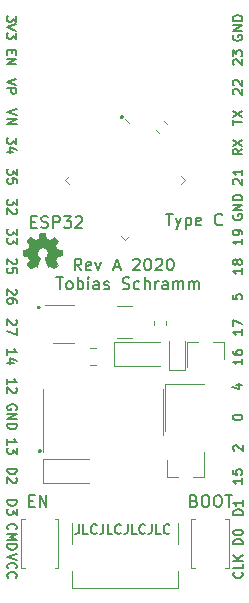
<source format=gto>
G04 #@! TF.GenerationSoftware,KiCad,Pcbnew,5.1.5*
G04 #@! TF.CreationDate,2020-05-08T14:02:59+02:00*
G04 #@! TF.ProjectId,ESP32_Devkit_TypeC,45535033-325f-4446-9576-6b69745f5479,rev?*
G04 #@! TF.SameCoordinates,Original*
G04 #@! TF.FileFunction,Legend,Top*
G04 #@! TF.FilePolarity,Positive*
%FSLAX46Y46*%
G04 Gerber Fmt 4.6, Leading zero omitted, Abs format (unit mm)*
G04 Created by KiCad (PCBNEW 5.1.5) date 2020-05-08 14:02:59*
%MOMM*%
%LPD*%
G04 APERTURE LIST*
%ADD10C,0.150000*%
%ADD11C,0.300000*%
%ADD12C,0.010000*%
%ADD13C,0.120000*%
G04 APERTURE END LIST*
D10*
X103471428Y-92952380D02*
X104042857Y-92952380D01*
X103757142Y-93952380D02*
X103757142Y-92952380D01*
X104280952Y-93285714D02*
X104519047Y-93952380D01*
X104757142Y-93285714D02*
X104519047Y-93952380D01*
X104423809Y-94190476D01*
X104376190Y-94238095D01*
X104280952Y-94285714D01*
X105138095Y-93285714D02*
X105138095Y-94285714D01*
X105138095Y-93333333D02*
X105233333Y-93285714D01*
X105423809Y-93285714D01*
X105519047Y-93333333D01*
X105566666Y-93380952D01*
X105614285Y-93476190D01*
X105614285Y-93761904D01*
X105566666Y-93857142D01*
X105519047Y-93904761D01*
X105423809Y-93952380D01*
X105233333Y-93952380D01*
X105138095Y-93904761D01*
X106423809Y-93904761D02*
X106328571Y-93952380D01*
X106138095Y-93952380D01*
X106042857Y-93904761D01*
X105995238Y-93809523D01*
X105995238Y-93428571D01*
X106042857Y-93333333D01*
X106138095Y-93285714D01*
X106328571Y-93285714D01*
X106423809Y-93333333D01*
X106471428Y-93428571D01*
X106471428Y-93523809D01*
X105995238Y-93619047D01*
X108233333Y-93857142D02*
X108185714Y-93904761D01*
X108042857Y-93952380D01*
X107947619Y-93952380D01*
X107804761Y-93904761D01*
X107709523Y-93809523D01*
X107661904Y-93714285D01*
X107614285Y-93523809D01*
X107614285Y-93380952D01*
X107661904Y-93190476D01*
X107709523Y-93095238D01*
X107804761Y-93000000D01*
X107947619Y-92952380D01*
X108042857Y-92952380D01*
X108185714Y-93000000D01*
X108233333Y-93047619D01*
X94180952Y-98352380D02*
X94752380Y-98352380D01*
X94466666Y-99352380D02*
X94466666Y-98352380D01*
X95228571Y-99352380D02*
X95133333Y-99304761D01*
X95085714Y-99257142D01*
X95038095Y-99161904D01*
X95038095Y-98876190D01*
X95085714Y-98780952D01*
X95133333Y-98733333D01*
X95228571Y-98685714D01*
X95371428Y-98685714D01*
X95466666Y-98733333D01*
X95514285Y-98780952D01*
X95561904Y-98876190D01*
X95561904Y-99161904D01*
X95514285Y-99257142D01*
X95466666Y-99304761D01*
X95371428Y-99352380D01*
X95228571Y-99352380D01*
X95990476Y-99352380D02*
X95990476Y-98352380D01*
X95990476Y-98733333D02*
X96085714Y-98685714D01*
X96276190Y-98685714D01*
X96371428Y-98733333D01*
X96419047Y-98780952D01*
X96466666Y-98876190D01*
X96466666Y-99161904D01*
X96419047Y-99257142D01*
X96371428Y-99304761D01*
X96276190Y-99352380D01*
X96085714Y-99352380D01*
X95990476Y-99304761D01*
X96895238Y-99352380D02*
X96895238Y-98685714D01*
X96895238Y-98352380D02*
X96847619Y-98400000D01*
X96895238Y-98447619D01*
X96942857Y-98400000D01*
X96895238Y-98352380D01*
X96895238Y-98447619D01*
X97800000Y-99352380D02*
X97800000Y-98828571D01*
X97752380Y-98733333D01*
X97657142Y-98685714D01*
X97466666Y-98685714D01*
X97371428Y-98733333D01*
X97800000Y-99304761D02*
X97704761Y-99352380D01*
X97466666Y-99352380D01*
X97371428Y-99304761D01*
X97323809Y-99209523D01*
X97323809Y-99114285D01*
X97371428Y-99019047D01*
X97466666Y-98971428D01*
X97704761Y-98971428D01*
X97800000Y-98923809D01*
X98228571Y-99304761D02*
X98323809Y-99352380D01*
X98514285Y-99352380D01*
X98609523Y-99304761D01*
X98657142Y-99209523D01*
X98657142Y-99161904D01*
X98609523Y-99066666D01*
X98514285Y-99019047D01*
X98371428Y-99019047D01*
X98276190Y-98971428D01*
X98228571Y-98876190D01*
X98228571Y-98828571D01*
X98276190Y-98733333D01*
X98371428Y-98685714D01*
X98514285Y-98685714D01*
X98609523Y-98733333D01*
X99800000Y-99304761D02*
X99942857Y-99352380D01*
X100180952Y-99352380D01*
X100276190Y-99304761D01*
X100323809Y-99257142D01*
X100371428Y-99161904D01*
X100371428Y-99066666D01*
X100323809Y-98971428D01*
X100276190Y-98923809D01*
X100180952Y-98876190D01*
X99990476Y-98828571D01*
X99895238Y-98780952D01*
X99847619Y-98733333D01*
X99800000Y-98638095D01*
X99800000Y-98542857D01*
X99847619Y-98447619D01*
X99895238Y-98400000D01*
X99990476Y-98352380D01*
X100228571Y-98352380D01*
X100371428Y-98400000D01*
X101228571Y-99304761D02*
X101133333Y-99352380D01*
X100942857Y-99352380D01*
X100847619Y-99304761D01*
X100800000Y-99257142D01*
X100752380Y-99161904D01*
X100752380Y-98876190D01*
X100800000Y-98780952D01*
X100847619Y-98733333D01*
X100942857Y-98685714D01*
X101133333Y-98685714D01*
X101228571Y-98733333D01*
X101657142Y-99352380D02*
X101657142Y-98352380D01*
X102085714Y-99352380D02*
X102085714Y-98828571D01*
X102038095Y-98733333D01*
X101942857Y-98685714D01*
X101800000Y-98685714D01*
X101704761Y-98733333D01*
X101657142Y-98780952D01*
X102561904Y-99352380D02*
X102561904Y-98685714D01*
X102561904Y-98876190D02*
X102609523Y-98780952D01*
X102657142Y-98733333D01*
X102752380Y-98685714D01*
X102847619Y-98685714D01*
X103609523Y-99352380D02*
X103609523Y-98828571D01*
X103561904Y-98733333D01*
X103466666Y-98685714D01*
X103276190Y-98685714D01*
X103180952Y-98733333D01*
X103609523Y-99304761D02*
X103514285Y-99352380D01*
X103276190Y-99352380D01*
X103180952Y-99304761D01*
X103133333Y-99209523D01*
X103133333Y-99114285D01*
X103180952Y-99019047D01*
X103276190Y-98971428D01*
X103514285Y-98971428D01*
X103609523Y-98923809D01*
X104085714Y-99352380D02*
X104085714Y-98685714D01*
X104085714Y-98780952D02*
X104133333Y-98733333D01*
X104228571Y-98685714D01*
X104371428Y-98685714D01*
X104466666Y-98733333D01*
X104514285Y-98828571D01*
X104514285Y-99352380D01*
X104514285Y-98828571D02*
X104561904Y-98733333D01*
X104657142Y-98685714D01*
X104800000Y-98685714D01*
X104895238Y-98733333D01*
X104942857Y-98828571D01*
X104942857Y-99352380D01*
X105419047Y-99352380D02*
X105419047Y-98685714D01*
X105419047Y-98780952D02*
X105466666Y-98733333D01*
X105561904Y-98685714D01*
X105704761Y-98685714D01*
X105800000Y-98733333D01*
X105847619Y-98828571D01*
X105847619Y-99352380D01*
X105847619Y-98828571D02*
X105895238Y-98733333D01*
X105990476Y-98685714D01*
X106133333Y-98685714D01*
X106228571Y-98733333D01*
X106276190Y-98828571D01*
X106276190Y-99352380D01*
X96304761Y-97752380D02*
X95971428Y-97276190D01*
X95733333Y-97752380D02*
X95733333Y-96752380D01*
X96114285Y-96752380D01*
X96209523Y-96800000D01*
X96257142Y-96847619D01*
X96304761Y-96942857D01*
X96304761Y-97085714D01*
X96257142Y-97180952D01*
X96209523Y-97228571D01*
X96114285Y-97276190D01*
X95733333Y-97276190D01*
X97114285Y-97704761D02*
X97019047Y-97752380D01*
X96828571Y-97752380D01*
X96733333Y-97704761D01*
X96685714Y-97609523D01*
X96685714Y-97228571D01*
X96733333Y-97133333D01*
X96828571Y-97085714D01*
X97019047Y-97085714D01*
X97114285Y-97133333D01*
X97161904Y-97228571D01*
X97161904Y-97323809D01*
X96685714Y-97419047D01*
X97495238Y-97085714D02*
X97733333Y-97752380D01*
X97971428Y-97085714D01*
X99066666Y-97466666D02*
X99542857Y-97466666D01*
X98971428Y-97752380D02*
X99304761Y-96752380D01*
X99638095Y-97752380D01*
X100685714Y-96847619D02*
X100733333Y-96800000D01*
X100828571Y-96752380D01*
X101066666Y-96752380D01*
X101161904Y-96800000D01*
X101209523Y-96847619D01*
X101257142Y-96942857D01*
X101257142Y-97038095D01*
X101209523Y-97180952D01*
X100638095Y-97752380D01*
X101257142Y-97752380D01*
X101876190Y-96752380D02*
X101971428Y-96752380D01*
X102066666Y-96800000D01*
X102114285Y-96847619D01*
X102161904Y-96942857D01*
X102209523Y-97133333D01*
X102209523Y-97371428D01*
X102161904Y-97561904D01*
X102114285Y-97657142D01*
X102066666Y-97704761D01*
X101971428Y-97752380D01*
X101876190Y-97752380D01*
X101780952Y-97704761D01*
X101733333Y-97657142D01*
X101685714Y-97561904D01*
X101638095Y-97371428D01*
X101638095Y-97133333D01*
X101685714Y-96942857D01*
X101733333Y-96847619D01*
X101780952Y-96800000D01*
X101876190Y-96752380D01*
X102590476Y-96847619D02*
X102638095Y-96800000D01*
X102733333Y-96752380D01*
X102971428Y-96752380D01*
X103066666Y-96800000D01*
X103114285Y-96847619D01*
X103161904Y-96942857D01*
X103161904Y-97038095D01*
X103114285Y-97180952D01*
X102542857Y-97752380D01*
X103161904Y-97752380D01*
X103780952Y-96752380D02*
X103876190Y-96752380D01*
X103971428Y-96800000D01*
X104019047Y-96847619D01*
X104066666Y-96942857D01*
X104114285Y-97133333D01*
X104114285Y-97371428D01*
X104066666Y-97561904D01*
X104019047Y-97657142D01*
X103971428Y-97704761D01*
X103876190Y-97752380D01*
X103780952Y-97752380D01*
X103685714Y-97704761D01*
X103638095Y-97657142D01*
X103590476Y-97561904D01*
X103542857Y-97371428D01*
X103542857Y-97133333D01*
X103590476Y-96942857D01*
X103638095Y-96847619D01*
X103685714Y-96800000D01*
X103780952Y-96752380D01*
D11*
X92800000Y-113050000D02*
G75*
G03X92800000Y-113050000I-50000J0D01*
G01*
X92700000Y-100900000D02*
G75*
G03X92700000Y-100900000I-50000J0D01*
G01*
X99750000Y-84750000D02*
G75*
G03X99750000Y-84750000I-50000J0D01*
G01*
D10*
X96104761Y-119261904D02*
X96104761Y-119833333D01*
X96066666Y-119947619D01*
X95990476Y-120023809D01*
X95876190Y-120061904D01*
X95800000Y-120061904D01*
X96866666Y-120061904D02*
X96485714Y-120061904D01*
X96485714Y-119261904D01*
X97590476Y-119985714D02*
X97552380Y-120023809D01*
X97438095Y-120061904D01*
X97361904Y-120061904D01*
X97247619Y-120023809D01*
X97171428Y-119947619D01*
X97133333Y-119871428D01*
X97095238Y-119719047D01*
X97095238Y-119604761D01*
X97133333Y-119452380D01*
X97171428Y-119376190D01*
X97247619Y-119300000D01*
X97361904Y-119261904D01*
X97438095Y-119261904D01*
X97552380Y-119300000D01*
X97590476Y-119338095D01*
X98161904Y-119261904D02*
X98161904Y-119833333D01*
X98123809Y-119947619D01*
X98047619Y-120023809D01*
X97933333Y-120061904D01*
X97857142Y-120061904D01*
X98923809Y-120061904D02*
X98542857Y-120061904D01*
X98542857Y-119261904D01*
X99647619Y-119985714D02*
X99609523Y-120023809D01*
X99495238Y-120061904D01*
X99419047Y-120061904D01*
X99304761Y-120023809D01*
X99228571Y-119947619D01*
X99190476Y-119871428D01*
X99152380Y-119719047D01*
X99152380Y-119604761D01*
X99190476Y-119452380D01*
X99228571Y-119376190D01*
X99304761Y-119300000D01*
X99419047Y-119261904D01*
X99495238Y-119261904D01*
X99609523Y-119300000D01*
X99647619Y-119338095D01*
X100219047Y-119261904D02*
X100219047Y-119833333D01*
X100180952Y-119947619D01*
X100104761Y-120023809D01*
X99990476Y-120061904D01*
X99914285Y-120061904D01*
X100980952Y-120061904D02*
X100600000Y-120061904D01*
X100600000Y-119261904D01*
X101704761Y-119985714D02*
X101666666Y-120023809D01*
X101552380Y-120061904D01*
X101476190Y-120061904D01*
X101361904Y-120023809D01*
X101285714Y-119947619D01*
X101247619Y-119871428D01*
X101209523Y-119719047D01*
X101209523Y-119604761D01*
X101247619Y-119452380D01*
X101285714Y-119376190D01*
X101361904Y-119300000D01*
X101476190Y-119261904D01*
X101552380Y-119261904D01*
X101666666Y-119300000D01*
X101704761Y-119338095D01*
X102276190Y-119261904D02*
X102276190Y-119833333D01*
X102238095Y-119947619D01*
X102161904Y-120023809D01*
X102047619Y-120061904D01*
X101971428Y-120061904D01*
X103038095Y-120061904D02*
X102657142Y-120061904D01*
X102657142Y-119261904D01*
X103761904Y-119985714D02*
X103723809Y-120023809D01*
X103609523Y-120061904D01*
X103533333Y-120061904D01*
X103419047Y-120023809D01*
X103342857Y-119947619D01*
X103304761Y-119871428D01*
X103266666Y-119719047D01*
X103266666Y-119604761D01*
X103304761Y-119452380D01*
X103342857Y-119376190D01*
X103419047Y-119300000D01*
X103533333Y-119261904D01*
X103609523Y-119261904D01*
X103723809Y-119300000D01*
X103761904Y-119338095D01*
X92057142Y-93628571D02*
X92390476Y-93628571D01*
X92533333Y-94152380D02*
X92057142Y-94152380D01*
X92057142Y-93152380D01*
X92533333Y-93152380D01*
X92914285Y-94104761D02*
X93057142Y-94152380D01*
X93295238Y-94152380D01*
X93390476Y-94104761D01*
X93438095Y-94057142D01*
X93485714Y-93961904D01*
X93485714Y-93866666D01*
X93438095Y-93771428D01*
X93390476Y-93723809D01*
X93295238Y-93676190D01*
X93104761Y-93628571D01*
X93009523Y-93580952D01*
X92961904Y-93533333D01*
X92914285Y-93438095D01*
X92914285Y-93342857D01*
X92961904Y-93247619D01*
X93009523Y-93200000D01*
X93104761Y-93152380D01*
X93342857Y-93152380D01*
X93485714Y-93200000D01*
X93914285Y-94152380D02*
X93914285Y-93152380D01*
X94295238Y-93152380D01*
X94390476Y-93200000D01*
X94438095Y-93247619D01*
X94485714Y-93342857D01*
X94485714Y-93485714D01*
X94438095Y-93580952D01*
X94390476Y-93628571D01*
X94295238Y-93676190D01*
X93914285Y-93676190D01*
X94819047Y-93152380D02*
X95438095Y-93152380D01*
X95104761Y-93533333D01*
X95247619Y-93533333D01*
X95342857Y-93580952D01*
X95390476Y-93628571D01*
X95438095Y-93723809D01*
X95438095Y-93961904D01*
X95390476Y-94057142D01*
X95342857Y-94104761D01*
X95247619Y-94152380D01*
X94961904Y-94152380D01*
X94866666Y-94104761D01*
X94819047Y-94057142D01*
X95819047Y-93247619D02*
X95866666Y-93200000D01*
X95961904Y-93152380D01*
X96200000Y-93152380D01*
X96295238Y-93200000D01*
X96342857Y-93247619D01*
X96390476Y-93342857D01*
X96390476Y-93438095D01*
X96342857Y-93580952D01*
X95771428Y-94152380D01*
X96390476Y-94152380D01*
X109931904Y-105242380D02*
X109931904Y-105699523D01*
X109931904Y-105470952D02*
X109131904Y-105470952D01*
X109246190Y-105547142D01*
X109322380Y-105623333D01*
X109360476Y-105699523D01*
X109131904Y-104556666D02*
X109131904Y-104709047D01*
X109170000Y-104785238D01*
X109208095Y-104823333D01*
X109322380Y-104899523D01*
X109474761Y-104937619D01*
X109779523Y-104937619D01*
X109855714Y-104899523D01*
X109893809Y-104861428D01*
X109931904Y-104785238D01*
X109931904Y-104632857D01*
X109893809Y-104556666D01*
X109855714Y-104518571D01*
X109779523Y-104480476D01*
X109589047Y-104480476D01*
X109512857Y-104518571D01*
X109474761Y-104556666D01*
X109436666Y-104632857D01*
X109436666Y-104785238D01*
X109474761Y-104861428D01*
X109512857Y-104899523D01*
X109589047Y-104937619D01*
X109931904Y-102742380D02*
X109931904Y-103199523D01*
X109931904Y-102970952D02*
X109131904Y-102970952D01*
X109246190Y-103047142D01*
X109322380Y-103123333D01*
X109360476Y-103199523D01*
X109131904Y-102475714D02*
X109131904Y-101942380D01*
X109931904Y-102285238D01*
X109208095Y-80349523D02*
X109170000Y-80311428D01*
X109131904Y-80235238D01*
X109131904Y-80044761D01*
X109170000Y-79968571D01*
X109208095Y-79930476D01*
X109284285Y-79892380D01*
X109360476Y-79892380D01*
X109474761Y-79930476D01*
X109931904Y-80387619D01*
X109931904Y-79892380D01*
X109131904Y-79625714D02*
X109131904Y-79130476D01*
X109436666Y-79397142D01*
X109436666Y-79282857D01*
X109474761Y-79206666D01*
X109512857Y-79168571D01*
X109589047Y-79130476D01*
X109779523Y-79130476D01*
X109855714Y-79168571D01*
X109893809Y-79206666D01*
X109931904Y-79282857D01*
X109931904Y-79511428D01*
X109893809Y-79587619D01*
X109855714Y-79625714D01*
X109131904Y-85449523D02*
X109131904Y-84992380D01*
X109931904Y-85220952D02*
X109131904Y-85220952D01*
X109131904Y-84801904D02*
X109931904Y-84268571D01*
X109131904Y-84268571D02*
X109931904Y-84801904D01*
X109170000Y-77849523D02*
X109131904Y-77925714D01*
X109131904Y-78040000D01*
X109170000Y-78154285D01*
X109246190Y-78230476D01*
X109322380Y-78268571D01*
X109474761Y-78306666D01*
X109589047Y-78306666D01*
X109741428Y-78268571D01*
X109817619Y-78230476D01*
X109893809Y-78154285D01*
X109931904Y-78040000D01*
X109931904Y-77963809D01*
X109893809Y-77849523D01*
X109855714Y-77811428D01*
X109589047Y-77811428D01*
X109589047Y-77963809D01*
X109931904Y-77468571D02*
X109131904Y-77468571D01*
X109931904Y-77011428D01*
X109131904Y-77011428D01*
X109931904Y-76630476D02*
X109131904Y-76630476D01*
X109131904Y-76440000D01*
X109170000Y-76325714D01*
X109246190Y-76249523D01*
X109322380Y-76211428D01*
X109474761Y-76173333D01*
X109589047Y-76173333D01*
X109741428Y-76211428D01*
X109817619Y-76249523D01*
X109893809Y-76325714D01*
X109931904Y-76440000D01*
X109931904Y-76630476D01*
X109170000Y-93049523D02*
X109131904Y-93125714D01*
X109131904Y-93240000D01*
X109170000Y-93354285D01*
X109246190Y-93430476D01*
X109322380Y-93468571D01*
X109474761Y-93506666D01*
X109589047Y-93506666D01*
X109741428Y-93468571D01*
X109817619Y-93430476D01*
X109893809Y-93354285D01*
X109931904Y-93240000D01*
X109931904Y-93163809D01*
X109893809Y-93049523D01*
X109855714Y-93011428D01*
X109589047Y-93011428D01*
X109589047Y-93163809D01*
X109931904Y-92668571D02*
X109131904Y-92668571D01*
X109931904Y-92211428D01*
X109131904Y-92211428D01*
X109931904Y-91830476D02*
X109131904Y-91830476D01*
X109131904Y-91640000D01*
X109170000Y-91525714D01*
X109246190Y-91449523D01*
X109322380Y-91411428D01*
X109474761Y-91373333D01*
X109589047Y-91373333D01*
X109741428Y-91411428D01*
X109817619Y-91449523D01*
X109893809Y-91525714D01*
X109931904Y-91640000D01*
X109931904Y-91830476D01*
X109971904Y-120940476D02*
X109171904Y-120940476D01*
X109171904Y-120750000D01*
X109210000Y-120635714D01*
X109286190Y-120559523D01*
X109362380Y-120521428D01*
X109514761Y-120483333D01*
X109629047Y-120483333D01*
X109781428Y-120521428D01*
X109857619Y-120559523D01*
X109933809Y-120635714D01*
X109971904Y-120750000D01*
X109971904Y-120940476D01*
X109171904Y-119988095D02*
X109171904Y-119911904D01*
X109210000Y-119835714D01*
X109248095Y-119797619D01*
X109324285Y-119759523D01*
X109476666Y-119721428D01*
X109667142Y-119721428D01*
X109819523Y-119759523D01*
X109895714Y-119797619D01*
X109933809Y-119835714D01*
X109971904Y-119911904D01*
X109971904Y-119988095D01*
X109933809Y-120064285D01*
X109895714Y-120102380D01*
X109819523Y-120140476D01*
X109667142Y-120178571D01*
X109476666Y-120178571D01*
X109324285Y-120140476D01*
X109248095Y-120102380D01*
X109210000Y-120064285D01*
X109171904Y-119988095D01*
X109131904Y-99799523D02*
X109131904Y-100180476D01*
X109512857Y-100218571D01*
X109474761Y-100180476D01*
X109436666Y-100104285D01*
X109436666Y-99913809D01*
X109474761Y-99837619D01*
X109512857Y-99799523D01*
X109589047Y-99761428D01*
X109779523Y-99761428D01*
X109855714Y-99799523D01*
X109893809Y-99837619D01*
X109931904Y-99913809D01*
X109931904Y-100104285D01*
X109893809Y-100180476D01*
X109855714Y-100218571D01*
X109971904Y-118440476D02*
X109171904Y-118440476D01*
X109171904Y-118250000D01*
X109210000Y-118135714D01*
X109286190Y-118059523D01*
X109362380Y-118021428D01*
X109514761Y-117983333D01*
X109629047Y-117983333D01*
X109781428Y-118021428D01*
X109857619Y-118059523D01*
X109933809Y-118135714D01*
X109971904Y-118250000D01*
X109971904Y-118440476D01*
X109971904Y-117221428D02*
X109971904Y-117678571D01*
X109971904Y-117450000D02*
X109171904Y-117450000D01*
X109286190Y-117526190D01*
X109362380Y-117602380D01*
X109400476Y-117678571D01*
X109931904Y-87473333D02*
X109550952Y-87740000D01*
X109931904Y-87930476D02*
X109131904Y-87930476D01*
X109131904Y-87625714D01*
X109170000Y-87549523D01*
X109208095Y-87511428D01*
X109284285Y-87473333D01*
X109398571Y-87473333D01*
X109474761Y-87511428D01*
X109512857Y-87549523D01*
X109550952Y-87625714D01*
X109550952Y-87930476D01*
X109131904Y-87206666D02*
X109931904Y-86673333D01*
X109131904Y-86673333D02*
X109931904Y-87206666D01*
X109208095Y-82849523D02*
X109170000Y-82811428D01*
X109131904Y-82735238D01*
X109131904Y-82544761D01*
X109170000Y-82468571D01*
X109208095Y-82430476D01*
X109284285Y-82392380D01*
X109360476Y-82392380D01*
X109474761Y-82430476D01*
X109931904Y-82887619D01*
X109931904Y-82392380D01*
X109208095Y-82087619D02*
X109170000Y-82049523D01*
X109131904Y-81973333D01*
X109131904Y-81782857D01*
X109170000Y-81706666D01*
X109208095Y-81668571D01*
X109284285Y-81630476D01*
X109360476Y-81630476D01*
X109474761Y-81668571D01*
X109931904Y-82125714D01*
X109931904Y-81630476D01*
X109208095Y-90449523D02*
X109170000Y-90411428D01*
X109131904Y-90335238D01*
X109131904Y-90144761D01*
X109170000Y-90068571D01*
X109208095Y-90030476D01*
X109284285Y-89992380D01*
X109360476Y-89992380D01*
X109474761Y-90030476D01*
X109931904Y-90487619D01*
X109931904Y-89992380D01*
X109931904Y-89230476D02*
X109931904Y-89687619D01*
X109931904Y-89459047D02*
X109131904Y-89459047D01*
X109246190Y-89535238D01*
X109322380Y-89611428D01*
X109360476Y-89687619D01*
X109248095Y-113028571D02*
X109210000Y-112990476D01*
X109171904Y-112914285D01*
X109171904Y-112723809D01*
X109210000Y-112647619D01*
X109248095Y-112609523D01*
X109324285Y-112571428D01*
X109400476Y-112571428D01*
X109514761Y-112609523D01*
X109971904Y-113066666D01*
X109971904Y-112571428D01*
X109931904Y-97592380D02*
X109931904Y-98049523D01*
X109931904Y-97820952D02*
X109131904Y-97820952D01*
X109246190Y-97897142D01*
X109322380Y-97973333D01*
X109360476Y-98049523D01*
X109474761Y-97135238D02*
X109436666Y-97211428D01*
X109398571Y-97249523D01*
X109322380Y-97287619D01*
X109284285Y-97287619D01*
X109208095Y-97249523D01*
X109170000Y-97211428D01*
X109131904Y-97135238D01*
X109131904Y-96982857D01*
X109170000Y-96906666D01*
X109208095Y-96868571D01*
X109284285Y-96830476D01*
X109322380Y-96830476D01*
X109398571Y-96868571D01*
X109436666Y-96906666D01*
X109474761Y-96982857D01*
X109474761Y-97135238D01*
X109512857Y-97211428D01*
X109550952Y-97249523D01*
X109627142Y-97287619D01*
X109779523Y-97287619D01*
X109855714Y-97249523D01*
X109893809Y-97211428D01*
X109931904Y-97135238D01*
X109931904Y-96982857D01*
X109893809Y-96906666D01*
X109855714Y-96868571D01*
X109779523Y-96830476D01*
X109627142Y-96830476D01*
X109550952Y-96868571D01*
X109512857Y-96906666D01*
X109474761Y-96982857D01*
X109931904Y-95092380D02*
X109931904Y-95549523D01*
X109931904Y-95320952D02*
X109131904Y-95320952D01*
X109246190Y-95397142D01*
X109322380Y-95473333D01*
X109360476Y-95549523D01*
X109931904Y-94711428D02*
X109931904Y-94559047D01*
X109893809Y-94482857D01*
X109855714Y-94444761D01*
X109741428Y-94368571D01*
X109589047Y-94330476D01*
X109284285Y-94330476D01*
X109208095Y-94368571D01*
X109170000Y-94406666D01*
X109131904Y-94482857D01*
X109131904Y-94635238D01*
X109170000Y-94711428D01*
X109208095Y-94749523D01*
X109284285Y-94787619D01*
X109474761Y-94787619D01*
X109550952Y-94749523D01*
X109589047Y-94711428D01*
X109627142Y-94635238D01*
X109627142Y-94482857D01*
X109589047Y-94406666D01*
X109550952Y-94368571D01*
X109474761Y-94330476D01*
X109131904Y-110228095D02*
X109131904Y-110151904D01*
X109170000Y-110075714D01*
X109208095Y-110037619D01*
X109284285Y-109999523D01*
X109436666Y-109961428D01*
X109627142Y-109961428D01*
X109779523Y-109999523D01*
X109855714Y-110037619D01*
X109893809Y-110075714D01*
X109931904Y-110151904D01*
X109931904Y-110228095D01*
X109893809Y-110304285D01*
X109855714Y-110342380D01*
X109779523Y-110380476D01*
X109627142Y-110418571D01*
X109436666Y-110418571D01*
X109284285Y-110380476D01*
X109208095Y-110342380D01*
X109170000Y-110304285D01*
X109131904Y-110228095D01*
X109895714Y-123326190D02*
X109933809Y-123364285D01*
X109971904Y-123478571D01*
X109971904Y-123554761D01*
X109933809Y-123669047D01*
X109857619Y-123745238D01*
X109781428Y-123783333D01*
X109629047Y-123821428D01*
X109514761Y-123821428D01*
X109362380Y-123783333D01*
X109286190Y-123745238D01*
X109210000Y-123669047D01*
X109171904Y-123554761D01*
X109171904Y-123478571D01*
X109210000Y-123364285D01*
X109248095Y-123326190D01*
X109971904Y-122602380D02*
X109971904Y-122983333D01*
X109171904Y-122983333D01*
X109971904Y-122335714D02*
X109171904Y-122335714D01*
X109971904Y-121878571D02*
X109514761Y-122221428D01*
X109171904Y-121878571D02*
X109629047Y-122335714D01*
X109931904Y-115352380D02*
X109931904Y-115809523D01*
X109931904Y-115580952D02*
X109131904Y-115580952D01*
X109246190Y-115657142D01*
X109322380Y-115733333D01*
X109360476Y-115809523D01*
X109131904Y-114628571D02*
X109131904Y-115009523D01*
X109512857Y-115047619D01*
X109474761Y-115009523D01*
X109436666Y-114933333D01*
X109436666Y-114742857D01*
X109474761Y-114666666D01*
X109512857Y-114628571D01*
X109589047Y-114590476D01*
X109779523Y-114590476D01*
X109855714Y-114628571D01*
X109893809Y-114666666D01*
X109931904Y-114742857D01*
X109931904Y-114933333D01*
X109893809Y-115009523D01*
X109855714Y-115047619D01*
X109398571Y-107437619D02*
X109931904Y-107437619D01*
X109093809Y-107628095D02*
X109665238Y-107818571D01*
X109665238Y-107323333D01*
X90838095Y-121733333D02*
X90038095Y-122000000D01*
X90838095Y-122266666D01*
X90114285Y-122990476D02*
X90076190Y-122952380D01*
X90038095Y-122838095D01*
X90038095Y-122761904D01*
X90076190Y-122647619D01*
X90152380Y-122571428D01*
X90228571Y-122533333D01*
X90380952Y-122495238D01*
X90495238Y-122495238D01*
X90647619Y-122533333D01*
X90723809Y-122571428D01*
X90800000Y-122647619D01*
X90838095Y-122761904D01*
X90838095Y-122838095D01*
X90800000Y-122952380D01*
X90761904Y-122990476D01*
X90114285Y-123790476D02*
X90076190Y-123752380D01*
X90038095Y-123638095D01*
X90038095Y-123561904D01*
X90076190Y-123447619D01*
X90152380Y-123371428D01*
X90228571Y-123333333D01*
X90380952Y-123295238D01*
X90495238Y-123295238D01*
X90647619Y-123333333D01*
X90723809Y-123371428D01*
X90800000Y-123447619D01*
X90838095Y-123561904D01*
X90838095Y-123638095D01*
X90800000Y-123752380D01*
X90761904Y-123790476D01*
X90114285Y-119690476D02*
X90076190Y-119652380D01*
X90038095Y-119538095D01*
X90038095Y-119461904D01*
X90076190Y-119347619D01*
X90152380Y-119271428D01*
X90228571Y-119233333D01*
X90380952Y-119195238D01*
X90495238Y-119195238D01*
X90647619Y-119233333D01*
X90723809Y-119271428D01*
X90800000Y-119347619D01*
X90838095Y-119461904D01*
X90838095Y-119538095D01*
X90800000Y-119652380D01*
X90761904Y-119690476D01*
X90038095Y-120033333D02*
X90838095Y-120033333D01*
X90266666Y-120300000D01*
X90838095Y-120566666D01*
X90038095Y-120566666D01*
X90038095Y-120947619D02*
X90838095Y-120947619D01*
X90838095Y-121138095D01*
X90800000Y-121252380D01*
X90723809Y-121328571D01*
X90647619Y-121366666D01*
X90495238Y-121404761D01*
X90380952Y-121404761D01*
X90228571Y-121366666D01*
X90152380Y-121328571D01*
X90076190Y-121252380D01*
X90038095Y-121138095D01*
X90038095Y-120947619D01*
X90038095Y-117209523D02*
X90838095Y-117209523D01*
X90838095Y-117400000D01*
X90800000Y-117514285D01*
X90723809Y-117590476D01*
X90647619Y-117628571D01*
X90495238Y-117666666D01*
X90380952Y-117666666D01*
X90228571Y-117628571D01*
X90152380Y-117590476D01*
X90076190Y-117514285D01*
X90038095Y-117400000D01*
X90038095Y-117209523D01*
X90838095Y-117933333D02*
X90838095Y-118428571D01*
X90533333Y-118161904D01*
X90533333Y-118276190D01*
X90495238Y-118352380D01*
X90457142Y-118390476D01*
X90380952Y-118428571D01*
X90190476Y-118428571D01*
X90114285Y-118390476D01*
X90076190Y-118352380D01*
X90038095Y-118276190D01*
X90038095Y-118047619D01*
X90076190Y-117971428D01*
X90114285Y-117933333D01*
X90038095Y-114559523D02*
X90838095Y-114559523D01*
X90838095Y-114750000D01*
X90800000Y-114864285D01*
X90723809Y-114940476D01*
X90647619Y-114978571D01*
X90495238Y-115016666D01*
X90380952Y-115016666D01*
X90228571Y-114978571D01*
X90152380Y-114940476D01*
X90076190Y-114864285D01*
X90038095Y-114750000D01*
X90038095Y-114559523D01*
X90761904Y-115321428D02*
X90800000Y-115359523D01*
X90838095Y-115435714D01*
X90838095Y-115626190D01*
X90800000Y-115702380D01*
X90761904Y-115740476D01*
X90685714Y-115778571D01*
X90609523Y-115778571D01*
X90495238Y-115740476D01*
X90038095Y-115283333D01*
X90038095Y-115778571D01*
X90038095Y-112497619D02*
X90038095Y-112040476D01*
X90038095Y-112269047D02*
X90838095Y-112269047D01*
X90723809Y-112192857D01*
X90647619Y-112116666D01*
X90609523Y-112040476D01*
X90838095Y-112764285D02*
X90838095Y-113259523D01*
X90533333Y-112992857D01*
X90533333Y-113107142D01*
X90495238Y-113183333D01*
X90457142Y-113221428D01*
X90380952Y-113259523D01*
X90190476Y-113259523D01*
X90114285Y-113221428D01*
X90076190Y-113183333D01*
X90038095Y-113107142D01*
X90038095Y-112878571D01*
X90076190Y-112802380D01*
X90114285Y-112764285D01*
X90800000Y-109540476D02*
X90838095Y-109464285D01*
X90838095Y-109350000D01*
X90800000Y-109235714D01*
X90723809Y-109159523D01*
X90647619Y-109121428D01*
X90495238Y-109083333D01*
X90380952Y-109083333D01*
X90228571Y-109121428D01*
X90152380Y-109159523D01*
X90076190Y-109235714D01*
X90038095Y-109350000D01*
X90038095Y-109426190D01*
X90076190Y-109540476D01*
X90114285Y-109578571D01*
X90380952Y-109578571D01*
X90380952Y-109426190D01*
X90038095Y-109921428D02*
X90838095Y-109921428D01*
X90038095Y-110378571D01*
X90838095Y-110378571D01*
X90038095Y-110759523D02*
X90838095Y-110759523D01*
X90838095Y-110950000D01*
X90800000Y-111064285D01*
X90723809Y-111140476D01*
X90647619Y-111178571D01*
X90495238Y-111216666D01*
X90380952Y-111216666D01*
X90228571Y-111178571D01*
X90152380Y-111140476D01*
X90076190Y-111064285D01*
X90038095Y-110950000D01*
X90038095Y-110759523D01*
X90038095Y-107397619D02*
X90038095Y-106940476D01*
X90038095Y-107169047D02*
X90838095Y-107169047D01*
X90723809Y-107092857D01*
X90647619Y-107016666D01*
X90609523Y-106940476D01*
X90761904Y-107702380D02*
X90800000Y-107740476D01*
X90838095Y-107816666D01*
X90838095Y-108007142D01*
X90800000Y-108083333D01*
X90761904Y-108121428D01*
X90685714Y-108159523D01*
X90609523Y-108159523D01*
X90495238Y-108121428D01*
X90038095Y-107664285D01*
X90038095Y-108159523D01*
X90038095Y-104897619D02*
X90038095Y-104440476D01*
X90038095Y-104669047D02*
X90838095Y-104669047D01*
X90723809Y-104592857D01*
X90647619Y-104516666D01*
X90609523Y-104440476D01*
X90571428Y-105583333D02*
X90038095Y-105583333D01*
X90876190Y-105392857D02*
X90304761Y-105202380D01*
X90304761Y-105697619D01*
X90761904Y-101940476D02*
X90800000Y-101978571D01*
X90838095Y-102054761D01*
X90838095Y-102245238D01*
X90800000Y-102321428D01*
X90761904Y-102359523D01*
X90685714Y-102397619D01*
X90609523Y-102397619D01*
X90495238Y-102359523D01*
X90038095Y-101902380D01*
X90038095Y-102397619D01*
X90838095Y-102664285D02*
X90838095Y-103197619D01*
X90038095Y-102854761D01*
X90761904Y-99340476D02*
X90800000Y-99378571D01*
X90838095Y-99454761D01*
X90838095Y-99645238D01*
X90800000Y-99721428D01*
X90761904Y-99759523D01*
X90685714Y-99797619D01*
X90609523Y-99797619D01*
X90495238Y-99759523D01*
X90038095Y-99302380D01*
X90038095Y-99797619D01*
X90838095Y-100483333D02*
X90838095Y-100330952D01*
X90800000Y-100254761D01*
X90761904Y-100216666D01*
X90647619Y-100140476D01*
X90495238Y-100102380D01*
X90190476Y-100102380D01*
X90114285Y-100140476D01*
X90076190Y-100178571D01*
X90038095Y-100254761D01*
X90038095Y-100407142D01*
X90076190Y-100483333D01*
X90114285Y-100521428D01*
X90190476Y-100559523D01*
X90380952Y-100559523D01*
X90457142Y-100521428D01*
X90495238Y-100483333D01*
X90533333Y-100407142D01*
X90533333Y-100254761D01*
X90495238Y-100178571D01*
X90457142Y-100140476D01*
X90380952Y-100102380D01*
X90761904Y-96790476D02*
X90800000Y-96828571D01*
X90838095Y-96904761D01*
X90838095Y-97095238D01*
X90800000Y-97171428D01*
X90761904Y-97209523D01*
X90685714Y-97247619D01*
X90609523Y-97247619D01*
X90495238Y-97209523D01*
X90038095Y-96752380D01*
X90038095Y-97247619D01*
X90838095Y-97971428D02*
X90838095Y-97590476D01*
X90457142Y-97552380D01*
X90495238Y-97590476D01*
X90533333Y-97666666D01*
X90533333Y-97857142D01*
X90495238Y-97933333D01*
X90457142Y-97971428D01*
X90380952Y-98009523D01*
X90190476Y-98009523D01*
X90114285Y-97971428D01*
X90076190Y-97933333D01*
X90038095Y-97857142D01*
X90038095Y-97666666D01*
X90076190Y-97590476D01*
X90114285Y-97552380D01*
X90838095Y-94252380D02*
X90838095Y-94747619D01*
X90533333Y-94480952D01*
X90533333Y-94595238D01*
X90495238Y-94671428D01*
X90457142Y-94709523D01*
X90380952Y-94747619D01*
X90190476Y-94747619D01*
X90114285Y-94709523D01*
X90076190Y-94671428D01*
X90038095Y-94595238D01*
X90038095Y-94366666D01*
X90076190Y-94290476D01*
X90114285Y-94252380D01*
X90838095Y-95014285D02*
X90838095Y-95509523D01*
X90533333Y-95242857D01*
X90533333Y-95357142D01*
X90495238Y-95433333D01*
X90457142Y-95471428D01*
X90380952Y-95509523D01*
X90190476Y-95509523D01*
X90114285Y-95471428D01*
X90076190Y-95433333D01*
X90038095Y-95357142D01*
X90038095Y-95128571D01*
X90076190Y-95052380D01*
X90114285Y-95014285D01*
X90838095Y-91752380D02*
X90838095Y-92247619D01*
X90533333Y-91980952D01*
X90533333Y-92095238D01*
X90495238Y-92171428D01*
X90457142Y-92209523D01*
X90380952Y-92247619D01*
X90190476Y-92247619D01*
X90114285Y-92209523D01*
X90076190Y-92171428D01*
X90038095Y-92095238D01*
X90038095Y-91866666D01*
X90076190Y-91790476D01*
X90114285Y-91752380D01*
X90761904Y-92552380D02*
X90800000Y-92590476D01*
X90838095Y-92666666D01*
X90838095Y-92857142D01*
X90800000Y-92933333D01*
X90761904Y-92971428D01*
X90685714Y-93009523D01*
X90609523Y-93009523D01*
X90495238Y-92971428D01*
X90038095Y-92514285D01*
X90038095Y-93009523D01*
X90838095Y-89152380D02*
X90838095Y-89647619D01*
X90533333Y-89380952D01*
X90533333Y-89495238D01*
X90495238Y-89571428D01*
X90457142Y-89609523D01*
X90380952Y-89647619D01*
X90190476Y-89647619D01*
X90114285Y-89609523D01*
X90076190Y-89571428D01*
X90038095Y-89495238D01*
X90038095Y-89266666D01*
X90076190Y-89190476D01*
X90114285Y-89152380D01*
X90838095Y-90371428D02*
X90838095Y-89990476D01*
X90457142Y-89952380D01*
X90495238Y-89990476D01*
X90533333Y-90066666D01*
X90533333Y-90257142D01*
X90495238Y-90333333D01*
X90457142Y-90371428D01*
X90380952Y-90409523D01*
X90190476Y-90409523D01*
X90114285Y-90371428D01*
X90076190Y-90333333D01*
X90038095Y-90257142D01*
X90038095Y-90066666D01*
X90076190Y-89990476D01*
X90114285Y-89952380D01*
X105862857Y-117248571D02*
X106005714Y-117296190D01*
X106053333Y-117343809D01*
X106100952Y-117439047D01*
X106100952Y-117581904D01*
X106053333Y-117677142D01*
X106005714Y-117724761D01*
X105910476Y-117772380D01*
X105529523Y-117772380D01*
X105529523Y-116772380D01*
X105862857Y-116772380D01*
X105958095Y-116820000D01*
X106005714Y-116867619D01*
X106053333Y-116962857D01*
X106053333Y-117058095D01*
X106005714Y-117153333D01*
X105958095Y-117200952D01*
X105862857Y-117248571D01*
X105529523Y-117248571D01*
X106720000Y-116772380D02*
X106910476Y-116772380D01*
X107005714Y-116820000D01*
X107100952Y-116915238D01*
X107148571Y-117105714D01*
X107148571Y-117439047D01*
X107100952Y-117629523D01*
X107005714Y-117724761D01*
X106910476Y-117772380D01*
X106720000Y-117772380D01*
X106624761Y-117724761D01*
X106529523Y-117629523D01*
X106481904Y-117439047D01*
X106481904Y-117105714D01*
X106529523Y-116915238D01*
X106624761Y-116820000D01*
X106720000Y-116772380D01*
X107767619Y-116772380D02*
X107958095Y-116772380D01*
X108053333Y-116820000D01*
X108148571Y-116915238D01*
X108196190Y-117105714D01*
X108196190Y-117439047D01*
X108148571Y-117629523D01*
X108053333Y-117724761D01*
X107958095Y-117772380D01*
X107767619Y-117772380D01*
X107672380Y-117724761D01*
X107577142Y-117629523D01*
X107529523Y-117439047D01*
X107529523Y-117105714D01*
X107577142Y-116915238D01*
X107672380Y-116820000D01*
X107767619Y-116772380D01*
X108481904Y-116772380D02*
X109053333Y-116772380D01*
X108767619Y-117772380D02*
X108767619Y-116772380D01*
X91871904Y-117248571D02*
X92205238Y-117248571D01*
X92348095Y-117772380D02*
X91871904Y-117772380D01*
X91871904Y-116772380D01*
X92348095Y-116772380D01*
X92776666Y-117772380D02*
X92776666Y-116772380D01*
X93348095Y-117772380D01*
X93348095Y-116772380D01*
X90798095Y-86542380D02*
X90798095Y-87037619D01*
X90493333Y-86770952D01*
X90493333Y-86885238D01*
X90455238Y-86961428D01*
X90417142Y-86999523D01*
X90340952Y-87037619D01*
X90150476Y-87037619D01*
X90074285Y-86999523D01*
X90036190Y-86961428D01*
X89998095Y-86885238D01*
X89998095Y-86656666D01*
X90036190Y-86580476D01*
X90074285Y-86542380D01*
X90531428Y-87723333D02*
X89998095Y-87723333D01*
X90836190Y-87532857D02*
X90264761Y-87342380D01*
X90264761Y-87837619D01*
X90838095Y-84104285D02*
X90038095Y-84370952D01*
X90838095Y-84637619D01*
X90038095Y-84904285D02*
X90838095Y-84904285D01*
X90038095Y-85361428D01*
X90838095Y-85361428D01*
X90798095Y-81523333D02*
X89998095Y-81790000D01*
X90798095Y-82056666D01*
X89998095Y-82323333D02*
X90798095Y-82323333D01*
X90798095Y-82628095D01*
X90760000Y-82704285D01*
X90721904Y-82742380D01*
X90645714Y-82780476D01*
X90531428Y-82780476D01*
X90455238Y-82742380D01*
X90417142Y-82704285D01*
X90379047Y-82628095D01*
X90379047Y-82323333D01*
X90417142Y-79099523D02*
X90417142Y-79366190D01*
X89998095Y-79480476D02*
X89998095Y-79099523D01*
X90798095Y-79099523D01*
X90798095Y-79480476D01*
X89998095Y-79823333D02*
X90798095Y-79823333D01*
X89998095Y-80280476D01*
X90798095Y-80280476D01*
X90798095Y-76199523D02*
X90798095Y-76694761D01*
X90493333Y-76428095D01*
X90493333Y-76542380D01*
X90455238Y-76618571D01*
X90417142Y-76656666D01*
X90340952Y-76694761D01*
X90150476Y-76694761D01*
X90074285Y-76656666D01*
X90036190Y-76618571D01*
X89998095Y-76542380D01*
X89998095Y-76313809D01*
X90036190Y-76237619D01*
X90074285Y-76199523D01*
X90798095Y-76923333D02*
X89998095Y-77190000D01*
X90798095Y-77456666D01*
X90798095Y-77647142D02*
X90798095Y-78142380D01*
X90493333Y-77875714D01*
X90493333Y-77990000D01*
X90455238Y-78066190D01*
X90417142Y-78104285D01*
X90340952Y-78142380D01*
X90150476Y-78142380D01*
X90074285Y-78104285D01*
X90036190Y-78066190D01*
X89998095Y-77990000D01*
X89998095Y-77761428D01*
X90036190Y-77685238D01*
X90074285Y-77647142D01*
D12*
G36*
X93265299Y-94828172D02*
G01*
X93282100Y-94918598D01*
X93297712Y-94993413D01*
X93309980Y-95042735D01*
X93315120Y-95056418D01*
X93339507Y-95072563D01*
X93390988Y-95098380D01*
X93457111Y-95128437D01*
X93525422Y-95157304D01*
X93583469Y-95179548D01*
X93618799Y-95189738D01*
X93621144Y-95189894D01*
X93645252Y-95178548D01*
X93695463Y-95148092D01*
X93763287Y-95103818D01*
X93808040Y-95073417D01*
X93883222Y-95023335D01*
X93946910Y-94984055D01*
X93990184Y-94960918D01*
X94002380Y-94957000D01*
X94026936Y-94971237D01*
X94071759Y-95008540D01*
X94128594Y-95060794D01*
X94189186Y-95119885D01*
X94245282Y-95177700D01*
X94288625Y-95226125D01*
X94310962Y-95257045D01*
X94312333Y-95261671D01*
X94300882Y-95285657D01*
X94270088Y-95335614D01*
X94225288Y-95403118D01*
X94194101Y-95448259D01*
X94137405Y-95530751D01*
X94103434Y-95591106D01*
X94090811Y-95641987D01*
X94098160Y-95696057D01*
X94124103Y-95765979D01*
X94152486Y-95830906D01*
X94192938Y-95908947D01*
X94230546Y-95950871D01*
X94253624Y-95961032D01*
X94308901Y-95972432D01*
X94382610Y-95987141D01*
X94463606Y-96003002D01*
X94540746Y-96017858D01*
X94602889Y-96029550D01*
X94638890Y-96035922D01*
X94643396Y-96036500D01*
X94646547Y-96056213D01*
X94648089Y-96109588D01*
X94647906Y-96187979D01*
X94646424Y-96263519D01*
X94640416Y-96490537D01*
X94441082Y-96527411D01*
X94353249Y-96545005D01*
X94281383Y-96561914D01*
X94235560Y-96575638D01*
X94225051Y-96580982D01*
X94209510Y-96607411D01*
X94183385Y-96662380D01*
X94151747Y-96735099D01*
X94144616Y-96752248D01*
X94080876Y-96906818D01*
X94200558Y-97086659D01*
X94320241Y-97266501D01*
X94000295Y-97586447D01*
X93829330Y-97466649D01*
X93658366Y-97346851D01*
X93570548Y-97391652D01*
X93517655Y-97416744D01*
X93483203Y-97429518D01*
X93476815Y-97429685D01*
X93465100Y-97406124D01*
X93441205Y-97351129D01*
X93408289Y-97272533D01*
X93369510Y-97178169D01*
X93328023Y-97075868D01*
X93286988Y-96973463D01*
X93249560Y-96878787D01*
X93218898Y-96799672D01*
X93198159Y-96743950D01*
X93190500Y-96719453D01*
X93190499Y-96719428D01*
X93205878Y-96694010D01*
X93245196Y-96654468D01*
X93275967Y-96628533D01*
X93373463Y-96527222D01*
X93433909Y-96411157D01*
X93456893Y-96286791D01*
X93442001Y-96160582D01*
X93388821Y-96038983D01*
X93319366Y-95950323D01*
X93207769Y-95861396D01*
X93087804Y-95812674D01*
X92964360Y-95804156D01*
X92842324Y-95835842D01*
X92726585Y-95907733D01*
X92680633Y-95950323D01*
X92596875Y-96063703D01*
X92551733Y-96186799D01*
X92544793Y-96313157D01*
X92575642Y-96436321D01*
X92643868Y-96549836D01*
X92724032Y-96628533D01*
X92772753Y-96671005D01*
X92803702Y-96705452D01*
X92809500Y-96717855D01*
X92801922Y-96741702D01*
X92781283Y-96796860D01*
X92750724Y-96875531D01*
X92713387Y-96969916D01*
X92672412Y-97072216D01*
X92630941Y-97174632D01*
X92592116Y-97269365D01*
X92559078Y-97348618D01*
X92534967Y-97404591D01*
X92522927Y-97429486D01*
X92522773Y-97429685D01*
X92502561Y-97425022D01*
X92457543Y-97405495D01*
X92429705Y-97391782D01*
X92342141Y-97347110D01*
X92175722Y-97464388D01*
X92103615Y-97514664D01*
X92045506Y-97554162D01*
X92009301Y-97577564D01*
X92001414Y-97581667D01*
X91984203Y-97567608D01*
X91943852Y-97529603D01*
X91886888Y-97473904D01*
X91836782Y-97423872D01*
X91680040Y-97266077D01*
X91799582Y-97086447D01*
X91919123Y-96906818D01*
X91855383Y-96752248D01*
X91823216Y-96677093D01*
X91795458Y-96617335D01*
X91777177Y-96583764D01*
X91774948Y-96580982D01*
X91748014Y-96570116D01*
X91689420Y-96554674D01*
X91609243Y-96537154D01*
X91558917Y-96527411D01*
X91359583Y-96490537D01*
X91353592Y-96265165D01*
X91347602Y-96039792D01*
X91470008Y-96015936D01*
X91549604Y-96000640D01*
X91622222Y-95987046D01*
X91655916Y-95980960D01*
X91731787Y-95964425D01*
X91780004Y-95940527D01*
X91814552Y-95898257D01*
X91848056Y-95829678D01*
X91885914Y-95741706D01*
X91906196Y-95678215D01*
X91907506Y-95626572D01*
X91888447Y-95574148D01*
X91847625Y-95508310D01*
X91805898Y-95448259D01*
X91755263Y-95374160D01*
X91715464Y-95312421D01*
X91691847Y-95271527D01*
X91687666Y-95260572D01*
X91702284Y-95236048D01*
X91740593Y-95191875D01*
X91794274Y-95136109D01*
X91855011Y-95076807D01*
X91914485Y-95022025D01*
X91964380Y-94979819D01*
X91996377Y-94958247D01*
X92001085Y-94957000D01*
X92029059Y-94968534D01*
X92082264Y-94999507D01*
X92151686Y-95044472D01*
X92193831Y-95073417D01*
X92267792Y-95123701D01*
X92329875Y-95163064D01*
X92371318Y-95186091D01*
X92382256Y-95189834D01*
X92415195Y-95181509D01*
X92471968Y-95160243D01*
X92539941Y-95131592D01*
X92606479Y-95101115D01*
X92658950Y-95074372D01*
X92684717Y-95056919D01*
X92684879Y-95056695D01*
X92693835Y-95029006D01*
X92707532Y-94969448D01*
X92723814Y-94887919D01*
X92734700Y-94828172D01*
X92771560Y-94618334D01*
X93228439Y-94618334D01*
X93265299Y-94828172D01*
G37*
X93265299Y-94828172D02*
X93282100Y-94918598D01*
X93297712Y-94993413D01*
X93309980Y-95042735D01*
X93315120Y-95056418D01*
X93339507Y-95072563D01*
X93390988Y-95098380D01*
X93457111Y-95128437D01*
X93525422Y-95157304D01*
X93583469Y-95179548D01*
X93618799Y-95189738D01*
X93621144Y-95189894D01*
X93645252Y-95178548D01*
X93695463Y-95148092D01*
X93763287Y-95103818D01*
X93808040Y-95073417D01*
X93883222Y-95023335D01*
X93946910Y-94984055D01*
X93990184Y-94960918D01*
X94002380Y-94957000D01*
X94026936Y-94971237D01*
X94071759Y-95008540D01*
X94128594Y-95060794D01*
X94189186Y-95119885D01*
X94245282Y-95177700D01*
X94288625Y-95226125D01*
X94310962Y-95257045D01*
X94312333Y-95261671D01*
X94300882Y-95285657D01*
X94270088Y-95335614D01*
X94225288Y-95403118D01*
X94194101Y-95448259D01*
X94137405Y-95530751D01*
X94103434Y-95591106D01*
X94090811Y-95641987D01*
X94098160Y-95696057D01*
X94124103Y-95765979D01*
X94152486Y-95830906D01*
X94192938Y-95908947D01*
X94230546Y-95950871D01*
X94253624Y-95961032D01*
X94308901Y-95972432D01*
X94382610Y-95987141D01*
X94463606Y-96003002D01*
X94540746Y-96017858D01*
X94602889Y-96029550D01*
X94638890Y-96035922D01*
X94643396Y-96036500D01*
X94646547Y-96056213D01*
X94648089Y-96109588D01*
X94647906Y-96187979D01*
X94646424Y-96263519D01*
X94640416Y-96490537D01*
X94441082Y-96527411D01*
X94353249Y-96545005D01*
X94281383Y-96561914D01*
X94235560Y-96575638D01*
X94225051Y-96580982D01*
X94209510Y-96607411D01*
X94183385Y-96662380D01*
X94151747Y-96735099D01*
X94144616Y-96752248D01*
X94080876Y-96906818D01*
X94200558Y-97086659D01*
X94320241Y-97266501D01*
X94000295Y-97586447D01*
X93829330Y-97466649D01*
X93658366Y-97346851D01*
X93570548Y-97391652D01*
X93517655Y-97416744D01*
X93483203Y-97429518D01*
X93476815Y-97429685D01*
X93465100Y-97406124D01*
X93441205Y-97351129D01*
X93408289Y-97272533D01*
X93369510Y-97178169D01*
X93328023Y-97075868D01*
X93286988Y-96973463D01*
X93249560Y-96878787D01*
X93218898Y-96799672D01*
X93198159Y-96743950D01*
X93190500Y-96719453D01*
X93190499Y-96719428D01*
X93205878Y-96694010D01*
X93245196Y-96654468D01*
X93275967Y-96628533D01*
X93373463Y-96527222D01*
X93433909Y-96411157D01*
X93456893Y-96286791D01*
X93442001Y-96160582D01*
X93388821Y-96038983D01*
X93319366Y-95950323D01*
X93207769Y-95861396D01*
X93087804Y-95812674D01*
X92964360Y-95804156D01*
X92842324Y-95835842D01*
X92726585Y-95907733D01*
X92680633Y-95950323D01*
X92596875Y-96063703D01*
X92551733Y-96186799D01*
X92544793Y-96313157D01*
X92575642Y-96436321D01*
X92643868Y-96549836D01*
X92724032Y-96628533D01*
X92772753Y-96671005D01*
X92803702Y-96705452D01*
X92809500Y-96717855D01*
X92801922Y-96741702D01*
X92781283Y-96796860D01*
X92750724Y-96875531D01*
X92713387Y-96969916D01*
X92672412Y-97072216D01*
X92630941Y-97174632D01*
X92592116Y-97269365D01*
X92559078Y-97348618D01*
X92534967Y-97404591D01*
X92522927Y-97429486D01*
X92522773Y-97429685D01*
X92502561Y-97425022D01*
X92457543Y-97405495D01*
X92429705Y-97391782D01*
X92342141Y-97347110D01*
X92175722Y-97464388D01*
X92103615Y-97514664D01*
X92045506Y-97554162D01*
X92009301Y-97577564D01*
X92001414Y-97581667D01*
X91984203Y-97567608D01*
X91943852Y-97529603D01*
X91886888Y-97473904D01*
X91836782Y-97423872D01*
X91680040Y-97266077D01*
X91799582Y-97086447D01*
X91919123Y-96906818D01*
X91855383Y-96752248D01*
X91823216Y-96677093D01*
X91795458Y-96617335D01*
X91777177Y-96583764D01*
X91774948Y-96580982D01*
X91748014Y-96570116D01*
X91689420Y-96554674D01*
X91609243Y-96537154D01*
X91558917Y-96527411D01*
X91359583Y-96490537D01*
X91353592Y-96265165D01*
X91347602Y-96039792D01*
X91470008Y-96015936D01*
X91549604Y-96000640D01*
X91622222Y-95987046D01*
X91655916Y-95980960D01*
X91731787Y-95964425D01*
X91780004Y-95940527D01*
X91814552Y-95898257D01*
X91848056Y-95829678D01*
X91885914Y-95741706D01*
X91906196Y-95678215D01*
X91907506Y-95626572D01*
X91888447Y-95574148D01*
X91847625Y-95508310D01*
X91805898Y-95448259D01*
X91755263Y-95374160D01*
X91715464Y-95312421D01*
X91691847Y-95271527D01*
X91687666Y-95260572D01*
X91702284Y-95236048D01*
X91740593Y-95191875D01*
X91794274Y-95136109D01*
X91855011Y-95076807D01*
X91914485Y-95022025D01*
X91964380Y-94979819D01*
X91996377Y-94958247D01*
X92001085Y-94957000D01*
X92029059Y-94968534D01*
X92082264Y-94999507D01*
X92151686Y-95044472D01*
X92193831Y-95073417D01*
X92267792Y-95123701D01*
X92329875Y-95163064D01*
X92371318Y-95186091D01*
X92382256Y-95189834D01*
X92415195Y-95181509D01*
X92471968Y-95160243D01*
X92539941Y-95131592D01*
X92606479Y-95101115D01*
X92658950Y-95074372D01*
X92684717Y-95056919D01*
X92684879Y-95056695D01*
X92693835Y-95029006D01*
X92707532Y-94969448D01*
X92723814Y-94887919D01*
X92734700Y-94828172D01*
X92771560Y-94618334D01*
X93228439Y-94618334D01*
X93265299Y-94828172D01*
D13*
X103390000Y-107340000D02*
X103390000Y-111340000D01*
X106690000Y-107340000D02*
X103390000Y-107340000D01*
X93070000Y-109710000D02*
X93070000Y-113160000D01*
X93070000Y-109710000D02*
X93070000Y-107760000D01*
X103190000Y-109710000D02*
X103190000Y-111660000D01*
X103190000Y-109710000D02*
X103190000Y-107760000D01*
X95720000Y-100697000D02*
X93270000Y-100697000D01*
X93920000Y-103917000D02*
X95720000Y-103917000D01*
X108770000Y-122970000D02*
X108470000Y-122970000D01*
X105630000Y-118830000D02*
X105930000Y-118830000D01*
X108470000Y-118830000D02*
X108770000Y-118830000D01*
X105630000Y-122970000D02*
X105630000Y-118830000D01*
X105930000Y-122970000D02*
X105630000Y-122970000D01*
X108770000Y-118830000D02*
X108770000Y-122970000D01*
X94370000Y-122970000D02*
X94070000Y-122970000D01*
X91230000Y-118830000D02*
X91530000Y-118830000D01*
X94070000Y-118830000D02*
X94370000Y-118830000D01*
X91230000Y-122970000D02*
X91230000Y-118830000D01*
X91530000Y-122970000D02*
X91230000Y-122970000D01*
X94370000Y-118830000D02*
X94370000Y-122970000D01*
X108421000Y-103782000D02*
X108421000Y-105242000D01*
X105261000Y-103782000D02*
X105261000Y-105942000D01*
X105261000Y-103782000D02*
X106191000Y-103782000D01*
X108421000Y-103782000D02*
X107491000Y-103782000D01*
X103557000Y-115251000D02*
X103557000Y-113791000D01*
X106717000Y-115251000D02*
X106717000Y-113091000D01*
X106717000Y-115251000D02*
X105787000Y-115251000D01*
X103557000Y-115251000D02*
X104487000Y-115251000D01*
X99349936Y-103478000D02*
X100554064Y-103478000D01*
X99349936Y-100758000D02*
X100554064Y-100758000D01*
X95530000Y-119130000D02*
X95530000Y-120930000D01*
X95530000Y-124640000D02*
X95530000Y-123180000D01*
X104470000Y-124640000D02*
X104470000Y-123180000D01*
X104470000Y-119130000D02*
X104470000Y-120930000D01*
X104470000Y-124640000D02*
X95530000Y-124640000D01*
X105075000Y-106207000D02*
X105075000Y-103722000D01*
X103705000Y-106207000D02*
X105075000Y-106207000D01*
X103705000Y-103722000D02*
X103705000Y-106207000D01*
X99075000Y-103857000D02*
X102975000Y-103857000D01*
X99075000Y-105857000D02*
X102975000Y-105857000D01*
X99075000Y-103857000D02*
X99075000Y-105857000D01*
X93050000Y-113750000D02*
X96950000Y-113750000D01*
X93050000Y-115750000D02*
X96950000Y-115750000D01*
X93050000Y-113750000D02*
X93050000Y-115750000D01*
X102614273Y-85855522D02*
X102844478Y-86085727D01*
X103335522Y-85134273D02*
X103565727Y-85364478D01*
X103473000Y-102382779D02*
X103473000Y-102057221D01*
X102453000Y-102382779D02*
X102453000Y-102057221D01*
X97533578Y-104347000D02*
X97016422Y-104347000D01*
X97533578Y-105767000D02*
X97016422Y-105767000D01*
X100335876Y-85297327D02*
X100000000Y-84961451D01*
X100000000Y-95172073D02*
X100335876Y-94836197D01*
X99664124Y-94836197D02*
X100000000Y-95172073D01*
X94894689Y-90066762D02*
X95230565Y-89730886D01*
X95230565Y-90402638D02*
X94894689Y-90066762D01*
X105105311Y-90066762D02*
X104769435Y-90402638D01*
X104769435Y-89730886D02*
X105105311Y-90066762D01*
M02*

</source>
